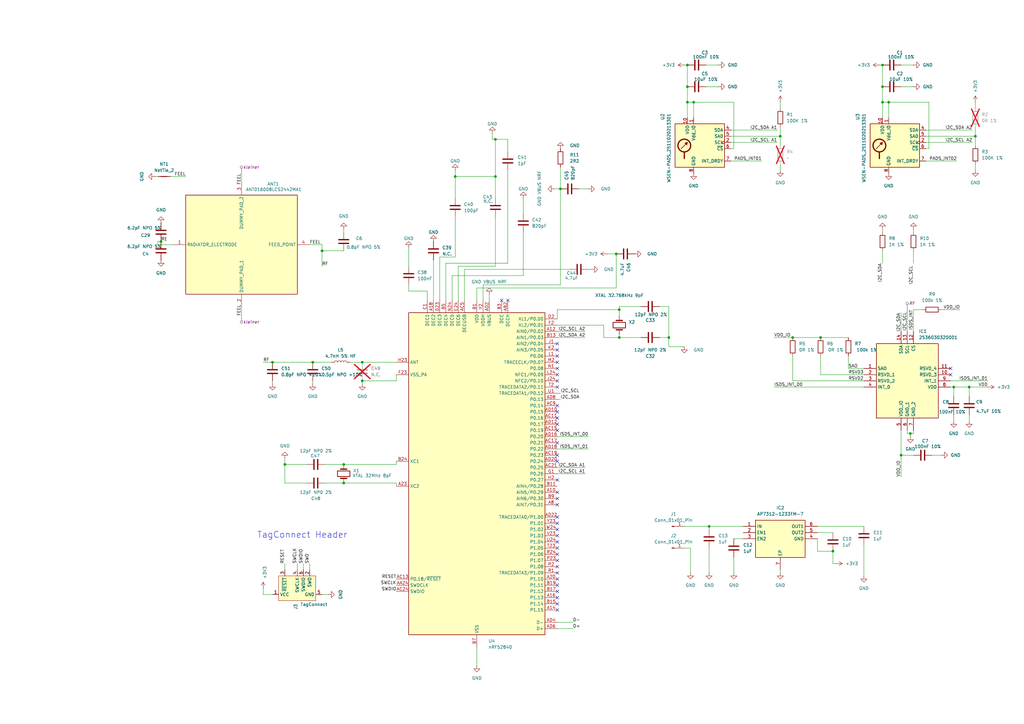
<source format=kicad_sch>
(kicad_sch (version 20250114) (generator "eeschema") (generator_version "9.0")
  (paper "A3")
  (text "TagConnect Header" (at 105.41 220.98 0) (effects (font (size 2.54 2.54)) (justify left bottom)))
  (junction (at 128.27 148.59))
  (junction (at 284.48 41.91))
  (junction (at 400.05 55.88))
  (junction (at 364.49 41.91))
  (junction (at 148.59 156.21))
  (junction (at 140.97 190.5))
  (junction (at 341.63 226.06))
  (junction (at 254 127))
  (junction (at 361.95 26.67))
  (junction (at 391.16 158.75))
  (junction (at 203.2 72.39))
  (junction (at 186.69 72.39))
  (junction (at 111.76 148.59))
  (junction (at 281.94 35.56))
  (junction (at 336.55 138.43))
  (junction (at 290.83 215.9))
  (junction (at 361.95 35.56))
  (junction (at 140.97 198.12))
  (junction (at 361.95 41.91))
  (junction (at 229.87 77.47))
  (junction (at 132.08 102.87))
  (junction (at 252.73 104.14))
  (junction (at 397.51 158.75))
  (junction (at 116.84 190.5))
  (junction (at 274.32 138.43))
  (junction (at 325.12 138.43))
  (junction (at 373.38 177.8))
  (junction (at 320.04 55.88))
  (junction (at 203.2 57.15))
  (junction (at 254 138.43))
  (junction (at 148.59 148.59))
  (junction (at 369.57 186.69))
  (junction (at 281.94 41.91))
  (junction (at 66.04 99.06))
  (junction (at 281.94 26.67))
  (no_connect (at 228.6 181.61))
  (no_connect (at 228.6 143.51))
  (no_connect (at 228.6 212.09))
  (no_connect (at 228.6 148.59))
  (no_connect (at 228.6 158.75))
  (no_connect (at 228.6 173.99))
  (no_connect (at 228.6 245.11))
  (no_connect (at 228.6 176.53))
  (no_connect (at 228.6 204.47))
  (no_connect (at 228.6 140.97))
  (no_connect (at 228.6 153.67))
  (no_connect (at 228.6 186.69))
  (no_connect (at 228.6 189.23))
  (no_connect (at 228.6 219.71))
  (no_connect (at 389.89 151.13))
  (no_connect (at 228.6 217.17))
  (no_connect (at 228.6 214.63))
  (no_connect (at 228.6 224.79))
  (no_connect (at 228.6 242.57))
  (no_connect (at 228.6 227.33))
  (no_connect (at 389.89 153.67))
  (no_connect (at 228.6 156.21))
  (no_connect (at 228.6 247.65))
  (no_connect (at 228.6 166.37))
  (no_connect (at 228.6 146.05))
  (no_connect (at 228.6 168.91))
  (no_connect (at 228.6 234.95))
  (no_connect (at 208.28 123.19))
  (no_connect (at 228.6 201.93))
  (no_connect (at 228.6 207.01))
  (no_connect (at 228.6 229.87))
  (no_connect (at 228.6 196.85))
  (no_connect (at 205.74 123.19))
  (no_connect (at 228.6 250.19))
  (no_connect (at 228.6 171.45))
  (no_connect (at 228.6 237.49))
  (no_connect (at 228.6 232.41))
  (no_connect (at 228.6 240.03))
  (no_connect (at 228.6 222.25))
  (no_connect (at 228.6 151.13))
  (wire (pts (xy 400.05 55.88) (xy 400.05 59.69)))
  (wire (pts (xy 299.72 55.88) (xy 320.04 55.88)))
  (wire (pts (xy 133.35 190.5) (xy 140.97 190.5)))
  (wire (pts (xy 127 100.33) (xy 132.08 100.33)))
  (wire (pts (xy 228.6 191.77) (xy 240.03 191.77)))
  (wire (pts (xy 369.57 186.69) (xy 369.57 195.58)))
  (wire (pts (xy 116.84 190.5) (xy 116.84 187.96)))
  (wire (pts (xy 229.87 77.47) (xy 229.87 116.84)))
  (wire (pts (xy 201.93 54.61) (xy 201.93 57.15)))
  (wire (pts (xy 175.26 119.38) (xy 175.26 123.19)))
  (wire (pts (xy 198.12 123.19) (xy 198.12 116.84)))
  (wire (pts (xy 299.72 60.96) (xy 300.99 60.96)))
  (wire (pts (xy 111.76 157.48) (xy 111.76 156.21)))
  (wire (pts (xy 214.63 81.28) (xy 214.63 87.63)))
  (wire (pts (xy 185.42 123.19) (xy 185.42 113.03)))
  (wire (pts (xy 361.95 35.56) (xy 361.95 41.91)))
  (wire (pts (xy 374.65 102.87) (xy 374.65 107.95)))
  (wire (pts (xy 391.16 158.75) (xy 397.51 158.75)))
  (wire (pts (xy 185.42 113.03) (xy 214.63 113.03)))
  (wire (pts (xy 203.2 72.39) (xy 203.2 81.28)))
  (wire (pts (xy 177.8 106.68) (xy 177.8 123.19)))
  (wire (pts (xy 186.69 81.28) (xy 186.69 72.39)))
  (wire (pts (xy 280.67 26.67) (xy 281.94 26.67)))
  (wire (pts (xy 374.65 127) (xy 378.46 127)))
  (wire (pts (xy 397.51 158.75) (xy 397.51 162.56)))
  (wire (pts (xy 299.72 66.04) (xy 312.42 66.04)))
  (wire (pts (xy 361.95 26.67) (xy 361.95 35.56)))
  (wire (pts (xy 281.94 48.26) (xy 281.94 41.91)))
  (wire (pts (xy 317.5 158.75) (xy 354.33 158.75)))
  (wire (pts (xy 111.76 148.59) (xy 128.27 148.59)))
  (wire (pts (xy 405.13 158.75) (xy 397.51 158.75)))
  (wire (pts (xy 190.5 123.19) (xy 190.5 110.49)))
  (wire (pts (xy 364.49 41.91) (xy 381 41.91)))
  (wire (pts (xy 116.84 233.68) (xy 116.84 231.14)))
  (wire (pts (xy 341.63 231.14) (xy 341.63 226.06)))
  (wire (pts (xy 317.5 138.43) (xy 325.12 138.43)))
  (wire (pts (xy 281.94 26.67) (xy 281.94 35.56)))
  (wire (pts (xy 208.28 69.85) (xy 208.28 107.95)))
  (wire (pts (xy 228.6 138.43) (xy 240.03 138.43)))
  (wire (pts (xy 121.92 233.68) (xy 121.92 231.14)))
  (wire (pts (xy 300.99 220.98) (xy 304.8 220.98)))
  (wire (pts (xy 361.95 48.26) (xy 361.95 41.91)))
  (wire (pts (xy 107.95 241.3) (xy 107.95 243.84)))
  (wire (pts (xy 143.51 148.59) (xy 148.59 148.59)))
  (wire (pts (xy 125.73 190.5) (xy 116.84 190.5)))
  (wire (pts (xy 389.89 156.21) (xy 405.13 156.21)))
  (wire (pts (xy 361.95 102.87) (xy 361.95 107.95)))
  (wire (pts (xy 132.08 100.33) (xy 132.08 102.87)))
  (wire (pts (xy 186.69 69.85) (xy 186.69 72.39)))
  (wire (pts (xy 132.08 102.87) (xy 132.08 109.22)))
  (wire (pts (xy 203.2 88.9) (xy 203.2 109.22)))
  (wire (pts (xy 283.21 224.79) (xy 280.67 224.79)))
  (wire (pts (xy 381 60.96) (xy 381 41.91)))
  (wire (pts (xy 182.88 107.95) (xy 208.28 107.95)))
  (wire (pts (xy 283.21 234.95) (xy 283.21 224.79)))
  (wire (pts (xy 320.04 234.95) (xy 320.04 233.68)))
  (wire (pts (xy 369.57 128.27) (xy 369.57 135.89)))
  (wire (pts (xy 386.08 127) (xy 393.7 127)))
  (wire (pts (xy 347.98 151.13) (xy 354.33 151.13)))
  (wire (pts (xy 187.96 123.19) (xy 187.96 109.22)))
  (wire (pts (xy 227.33 77.47) (xy 229.87 77.47)))
  (wire (pts (xy 99.06 125.73) (xy 99.06 129.54)))
  (wire (pts (xy 360.68 26.67) (xy 361.95 26.67)))
  (wire (pts (xy 228.6 179.07) (xy 241.3 179.07)))
  (wire (pts (xy 162.56 198.12) (xy 162.56 199.39)))
  (wire (pts (xy 140.97 190.5) (xy 162.56 190.5)))
  (wire (pts (xy 320.04 41.91) (xy 320.04 44.45)))
  (wire (pts (xy 400.05 41.91) (xy 400.05 44.45)))
  (wire (pts (xy 248.92 104.14) (xy 252.73 104.14)))
  (wire (pts (xy 107.95 243.84) (xy 111.76 243.84)))
  (wire (pts (xy 64.77 100.33) (xy 71.12 100.33)))
  (wire (pts (xy 252.73 104.14) (xy 252.73 118.11)))
  (wire (pts (xy 162.56 153.67) (xy 162.56 156.21)))
  (wire (pts (xy 374.65 176.53) (xy 374.65 177.8)))
  (wire (pts (xy 247.65 138.43) (xy 254 138.43)))
  (wire (pts (xy 132.08 102.87) (xy 140.97 102.87)))
  (wire (pts (xy 270.51 138.43) (xy 274.32 138.43)))
  (wire (pts (xy 262.89 138.43) (xy 254 138.43)))
  (wire (pts (xy 379.73 58.42) (xy 398.78 58.42)))
  (wire (pts (xy 325.12 146.05) (xy 325.12 156.21)))
  (wire (pts (xy 228.6 184.15) (xy 241.3 184.15)))
  (wire (pts (xy 195.58 118.11) (xy 252.73 118.11)))
  (wire (pts (xy 167.64 101.6) (xy 167.64 109.22)))
  (wire (pts (xy 203.2 57.15) (xy 203.2 72.39)))
  (wire (pts (xy 116.84 198.12) (xy 125.73 198.12)))
  (wire (pts (xy 290.83 217.17) (xy 290.83 215.9)))
  (wire (pts (xy 389.89 158.75) (xy 391.16 158.75)))
  (wire (pts (xy 284.48 48.26) (xy 284.48 41.91)))
  (wire (pts (xy 186.69 72.39) (xy 203.2 72.39)))
  (wire (pts (xy 180.34 105.41) (xy 186.69 105.41)))
  (wire (pts (xy 99.06 71.12) (xy 99.06 74.93)))
  (wire (pts (xy 167.64 116.84) (xy 167.64 119.38)))
  (wire (pts (xy 274.32 142.24) (xy 274.32 138.43)))
  (wire (pts (xy 229.87 161.29) (xy 228.6 161.29)))
  (wire (pts (xy 262.89 125.73) (xy 254 125.73)))
  (wire (pts (xy 228.6 257.81) (xy 234.95 257.81)))
  (wire (pts (xy 128.27 157.48) (xy 128.27 156.21)))
  (wire (pts (xy 372.11 177.8) (xy 373.38 177.8)))
  (wire (pts (xy 372.11 176.53) (xy 372.11 177.8)))
  (wire (pts (xy 228.6 133.35) (xy 247.65 133.35)))
  (wire (pts (xy 325.12 138.43) (xy 336.55 138.43)))
  (wire (pts (xy 162.56 190.5) (xy 162.56 189.23)))
  (wire (pts (xy 374.65 93.98) (xy 374.65 95.25)))
  (wire (pts (xy 335.28 226.06) (xy 341.63 226.06)))
  (wire (pts (xy 201.93 57.15) (xy 203.2 57.15)))
  (wire (pts (xy 373.38 177.8) (xy 373.38 179.07)))
  (wire (pts (xy 228.6 127) (xy 254 127)))
  (wire (pts (xy 335.28 215.9) (xy 354.33 215.9)))
  (wire (pts (xy 299.72 53.34) (xy 318.77 53.34)))
  (wire (pts (xy 290.83 224.79) (xy 290.83 234.95)))
  (wire (pts (xy 369.57 176.53) (xy 369.57 186.69)))
  (wire (pts (xy 116.84 190.5) (xy 116.84 198.12)))
  (wire (pts (xy 280.67 215.9) (xy 290.83 215.9)))
  (wire (pts (xy 228.6 135.89) (xy 240.03 135.89)))
  (wire (pts (xy 214.63 95.25) (xy 214.63 113.03)))
  (wire (pts (xy 195.58 123.19) (xy 195.58 118.11)))
  (wire (pts (xy 228.6 127) (xy 228.6 130.81)))
  (wire (pts (xy 391.16 158.75) (xy 391.16 162.56)))
  (wire (pts (xy 280.67 142.24) (xy 274.32 142.24)))
  (wire (pts (xy 228.6 194.31) (xy 240.03 194.31)))
  (wire (pts (xy 281.94 35.56) (xy 281.94 41.91)))
  (wire (pts (xy 64.77 99.06) (xy 66.04 99.06)))
  (wire (pts (xy 190.5 110.49) (xy 233.68 110.49)))
  (wire (pts (xy 373.38 177.8) (xy 374.65 177.8)))
  (wire (pts (xy 372.11 127) (xy 372.11 135.89)))
  (wire (pts (xy 124.46 233.68) (xy 124.46 231.14)))
  (wire (pts (xy 187.96 109.22) (xy 203.2 109.22)))
  (wire (pts (xy 229.87 68.58) (xy 229.87 77.47)))
  (wire (pts (xy 284.48 41.91) (xy 300.99 41.91)))
  (wire (pts (xy 186.69 88.9) (xy 186.69 105.41)))
  (wire (pts (xy 195.58 265.43) (xy 195.58 273.05)))
  (wire (pts (xy 320.04 67.31) (xy 320.04 69.85)))
  (wire (pts (xy 198.12 116.84) (xy 229.87 116.84)))
  (wire (pts (xy 274.32 138.43) (xy 274.32 125.73)))
  (wire (pts (xy 228.6 255.27) (xy 234.95 255.27)))
  (wire (pts (xy 379.73 60.96) (xy 381 60.96)))
  (wire (pts (xy 361.95 41.91) (xy 364.49 41.91)))
  (wire (pts (xy 369.57 26.67) (xy 374.65 26.67)))
  (wire (pts (xy 379.73 66.04) (xy 392.43 66.04)))
  (wire (pts (xy 290.83 215.9) (xy 304.8 215.9)))
  (wire (pts (xy 354.33 223.52) (xy 354.33 236.22)))
  (wire (pts (xy 132.08 243.84) (xy 134.62 243.84)))
  (wire (pts (xy 208.28 57.15) (xy 208.28 62.23)))
  (wire (pts (xy 162.56 156.21) (xy 148.59 156.21)))
  (wire (pts (xy 379.73 55.88) (xy 400.05 55.88)))
  (wire (pts (xy 379.73 53.34) (xy 398.78 53.34)))
  (wire (pts (xy 203.2 57.15) (xy 208.28 57.15)))
  (wire (pts (xy 140.97 198.12) (xy 162.56 198.12)))
  (wire (pts (xy 335.28 218.44) (xy 341.63 218.44)))
  (wire (pts (xy 254 125.73) (xy 254 127)))
  (wire (pts (xy 374.65 127) (xy 374.65 135.89)))
  (wire (pts (xy 320.04 55.88) (xy 320.04 59.69)))
  (wire (pts (xy 107.95 148.59) (xy 111.76 148.59)))
  (wire (pts (xy 254 127) (xy 254 129.54)))
  (wire (pts (xy 64.77 100.33) (xy 64.77 99.06)))
  (wire (pts (xy 325.12 156.21) (xy 354.33 156.21)))
  (wire (pts (xy 336.55 138.43) (xy 347.98 138.43)))
  (wire (pts (xy 140.97 93.98) (xy 140.97 95.25)))
  (wire (pts (xy 148.59 148.59) (xy 162.56 148.59)))
  (wire (pts (xy 397.51 170.18) (xy 397.51 172.72)))
  (wire (pts (xy 180.34 123.19) (xy 180.34 105.41)))
  (wire (pts (xy 361.95 93.98) (xy 361.95 95.25)))
  (wire (pts (xy 400.05 52.07) (xy 400.05 55.88)))
  (wire (pts (xy 369.57 35.56) (xy 374.65 35.56)))
  (wire (pts (xy 127 233.68) (xy 127 231.14)))
  (wire (pts (xy 369.57 186.69) (xy 374.65 186.69)))
  (wire (pts (xy 241.3 110.49) (xy 242.57 110.49)))
  (wire (pts (xy 289.56 26.67) (xy 294.64 26.67)))
  (wire (pts (xy 335.28 220.98) (xy 335.28 226.06)))
  (wire (pts (xy 128.27 148.59) (xy 135.89 148.59)))
  (wire (pts (xy 382.27 186.69) (xy 386.08 186.69)))
  (wire (pts (xy 182.88 123.19) (xy 182.88 107.95)))
  (wire (pts (xy 247.65 133.35) (xy 247.65 138.43)))
  (wire (pts (xy 254 138.43) (xy 254 137.16)))
  (wire (pts (xy 228.6 163.83) (xy 229.87 163.83)))
  (wire (pts (xy 167.64 119.38) (xy 175.26 119.38)))
  (wire (pts (xy 274.32 125.73) (xy 270.51 125.73)))
  (wire (pts (xy 289.56 35.56) (xy 294.64 35.56)))
  (wire (pts (xy 391.16 170.18) (xy 391.16 172.72)))
  (wire (pts (xy 347.98 146.05) (xy 347.98 151.13)))
  (wire (pts (xy 133.35 198.12) (xy 140.97 198.12)))
  (wire (pts (xy 364.49 41.91) (xy 364.49 48.26)))
  (wire (pts (xy 237.49 77.47) (xy 241.3 77.47)))
  (wire (pts (xy 320.04 52.07) (xy 320.04 55.88)))
  (wire (pts (xy 300.99 60.96) (xy 300.99 41.91)))
  (wire (pts (xy 400.05 67.31) (xy 400.05 69.85)))
  (wire (pts (xy 299.72 58.42) (xy 318.77 58.42)))
  (wire (pts (xy 336.55 153.67) (xy 354.33 153.67)))
  (wire (pts (xy 148.59 157.48) (xy 148.59 156.21)))
  (wire (pts (xy 336.55 146.05) (xy 336.55 153.67)))
  (wire (pts (xy 64.77 72.39) (xy 63.5 72.39)))
  (wire (pts (xy 300.99 228.6) (xy 300.99 234.95)))
  (wire (pts (xy 76.2 72.39) (xy 69.85 72.39)))
  (wire (pts (xy 342.9 231.14) (xy 341.63 231.14)))
  (wire (pts (xy 200.66 120.65) (xy 200.66 123.19)))
  (wire (pts (xy 281.94 41.91) (xy 284.48 41.91)))
  (label "I2C_SDA A2" (at 240.03 138.43 180))
  (label "RF" (at 132.08 109.22 0))
  (label "FEEL" (at 127 100.33 0))
  (label "ISDS_INT_00" (at 317.5 158.75 0))
  (label "I2C_SCL " (at 229.87 161.29 0))
  (label "RESET" (at 116.84 231.14 90))
  (label "I2C_SDA A2" (at 398.78 53.34 180))
  (label "I2C_SDA A1" (at 318.77 53.34 180))
  (label "RSVD2" (at 347.98 156.21 0))
  (label "I2C_SCL " (at 372.11 127 270))
  (label "PADS_INT02" (at 392.43 66.04 180))
  (label "RF" (at 107.95 148.59 0))
  (label "SWDIO" (at 124.46 231.14 90))
  (label "SAO" (at 347.98 151.13 0))
  (label "D-" (at 234.95 255.27 0))
  (label "ISDS_INT_01" (at 241.3 184.15 180))
  (label "VDD" (at 405.13 158.75 180))
  (label "RESET" (at 162.56 237.49 180))
  (label "SWCLK" (at 121.92 231.14 90))
  (label "I2C_SCL A1" (at 318.77 58.42 180))
  (label "RSVD3" (at 347.98 153.67 0))
  (label "ISDS_INT_01" (at 405.13 156.21 180))
  (label "FEEL" (at 99.06 129.54 90))
  (label "VDD_IO" (at 317.5 138.43 0))
  (label "FEEL" (at 99.06 71.12 270))
  (label "ISDS_INT" (at 374.65 127 270))
  (label "SWDIO" (at 162.56 242.57 180))
  (label "I2C_SCL A2" (at 398.78 58.42 180))
  (label "SWO" (at 127 231.14 90))
  (label "SWCLK" (at 162.56 240.03 180))
  (label "I2C_SDA" (at 229.87 163.83 0))
  (label "I2C_SDA" (at 369.57 128.27 270))
  (label "VDD_IO" (at 393.7 127 180))
  (label "I2C_SCL A1" (at 240.03 194.31 180))
  (label "PADS_INT01" (at 312.42 66.04 180))
  (label "I2C_SCL A2" (at 240.03 135.89 180))
  (label "VDD_IO" (at 369.57 195.58 90))
  (label "D+" (at 234.95 257.81 0))
  (label "I2C_SDA A1" (at 240.03 191.77 180))
  (label "I2C_SCL " (at 374.65 107.95 270))
  (label "FEEL" (at 76.2 72.39 180))
  (label "RE" (at 66.04 99.06 0))
  (label "I2C_SDA" (at 361.95 107.95 270))
  (label "ISDS_INT_00" (at 241.3 179.07 180))
  (netclass_flag "" (length 2.54) (shape round) (at 99.06 129.54 180) (property "Netclass" "kleiner" (at 99.7585 132.08 0) (effects (font (italic yes)) (justify left))))
  (netclass_flag "" (length 2.54) (shape round) (at 372.11 127 0) (property "Netclass" "RF" (at 372.8085 124.46 0) (effects (font (italic yes)) (justify left))))
  (netclass_flag "" (length 2.54) (shape round) (at 99.06 71.12 0) (property "Netclass" "kleiner" (at 99.7585 68.58 0) (effects (font (italic yes)) (justify left))))
  (symbol (lib_id "Device:Crystal") (at 140.97 194.31 90) (unit 1)
    (property "Reference" "X1" (at 144.78 193.0399 90) (effects (justify right)))
    (property "Value" "XTAL 32MHz 8pF" (at 144.526 195.072 90) (effects (justify right)))
    (property "Footprint" "Crystal:Crystal_SMD_2016-4Pin_2.0x1.6mm" (effects (hide yes)))
    (property "Description" "Two pin crystal" (effects (hide yes)))
    (property "MFR" "Q22FA12800025" (effects (hide yes)))
  )
  (symbol (lib_id "power:GND") (at 241.3 77.47 90) (unit 1)
    (property "Reference" "#PWR055" (effects (hide yes)))
    (property "Value" "GND" (at 246.38 77.4699 90) (effects (justify right)))
    (property "Description" "Power symbol creates a global label with name \"GND\" , ground" (effects (hide yes)))
  )
  (symbol (lib_id "power:GND") (at 294.64 35.56 90) (unit 1)
    (property "Reference" "#PWR011" (effects (hide yes)))
    (property "Value" "GND" (at 298.45 35.5599 90) (effects (justify right)))
    (property "Description" "Power symbol creates a global label with name \"GND\" , ground" (effects (hide yes)))
  )
  (symbol (lib_id "power:+3V3") (at 405.13 158.75 270) (unit 1)
    (property "Reference" "#PWR029" (effects (hide yes)))
    (property "Value" "+3V3" (at 408.94 158.7499 90) (effects (justify left)))
  )
  (symbol (lib_id "power:GND") (at 116.84 187.96 180) (unit 1)
    (property "Reference" "#PWR067" (effects (hide yes)))
    (property "Value" "GND" (at 116.84 182.88 0))
    (property "Description" "Power symbol creates a global label with name \"GND\" , ground" (effects (hide yes)))
  )
  (symbol (lib_id "MCU_Nordic:nRF52840") (at 195.58 194.31 0) (unit 1)
    (property "Reference" "U4" (at 200.3141 262.89 0) (effects (justify left)))
    (property "Value" "nRF52840" (at 200.3141 265.43 0) (effects (justify left)))
    (property "Footprint" "Package_DFN_QFN:Nordic_AQFN-73-1EP_7x7mm_P0.5mm" (effects (hide yes)))
    (property "Datasheet" "http://infocenter.nordicsemi.com/topic/com.nordic.infocenter.nrf52/dita/nrf52/chips/nrf52840.html" (effects (hide yes)))
    (property "Description" "Multiprotocol BLE/ANT/2.4 GHz/802.15.4 Cortex-M4F SoC, AQFN-73" (effects (hide yes)))
  )
  (symbol (lib_id "Device:C") (at 66.04 95.25 180) (unit 1)
    (property "Reference" "C29" (at 59.69 96.52 0))
    (property "Value" "6.2pF NPO 5%" (at 59.182 93.472 0))
    (property "Footprint" "Capacitor_SMD:C_0201_0603Metric" (effects (hide yes)))
    (property "Description" "Unpolarized capacitor" (effects (hide yes)))
  )
  (symbol (lib_id "Device:C") (at 341.63 222.25 0) (unit 1)
    (property "Reference" "C10" (at 345.44 220.9799 0) (effects (justify left)))
    (property "Value" "1uF" (at 345.44 223.5199 0) (effects (justify left)))
    (property "Footprint" "Capacitor_SMD:C_0805_2012Metric" (effects (hide yes)))
    (property "Description" "Unpolarized capacitor" (effects (hide yes)))
  )
  (symbol (lib_id "Connector:Conn_01x01_Pin") (at 275.59 215.9 0) (unit 1)
    (property "Reference" "J1" (at 276.225 210.82 0))
    (property "Value" "Conn_01x01_Pin" (at 276.225 213.36 0))
    (property "Footprint" "Connector_Wire:SolderWirePad_1x01_SMD_1x2mm" (effects (hide yes)))
    (property "Description" "Generic connector, single row, 01x01, script generated" (effects (hide yes)))
  )
  (symbol (lib_id "Device:C") (at 285.75 35.56 90) (unit 1)
    (property "Reference" "C5" (at 289.052 30.226 90))
    (property "Value" "10uF 10%" (at 289.56 32.512 90))
    (property "Footprint" "Capacitor_SMD:C_0402_1005Metric" (effects (hide yes)))
    (property "Description" "Unpolarized capacitor" (effects (hide yes)))
  )
  (symbol (lib_id "Device:C") (at 129.54 198.12 270) (unit 1)
    (property "Reference" "C48" (at 129.54 204.47 90))
    (property "Value" "12pF NP0 2%" (at 129.54 201.93 90))
    (property "Footprint" "Capacitor_SMD:C_0201_0603Metric" (effects (hide yes)))
    (property "Description" "Unpolarized capacitor" (effects (hide yes)))
  )
  (symbol (lib_id "Device:C") (at 266.7 138.43 90) (unit 1)
    (property "Reference" "C32" (at 266.7 146.05 90))
    (property "Value" "12pF NP0 2%" (at 266.7 143.51 90))
    (property "Footprint" "Capacitor_SMD:C_0201_0603Metric" (effects (hide yes)))
    (property "Description" "Unpolarized capacitor" (effects (hide yes)))
  )
  (symbol (lib_id "power:GND") (at 167.64 101.6 180) (unit 1)
    (property "Reference" "#PWR041" (effects (hide yes)))
    (property "Value" "GND" (at 167.64 97.79 0))
    (property "Description" "Power symbol creates a global label with name \"GND\" , ground" (effects (hide yes)))
  )
  (symbol (lib_id "power:GND") (at 373.38 179.07 0) (unit 1)
    (property "Reference" "#PWR018" (effects (hide yes)))
    (property "Value" "GND" (at 373.38 184.15 0))
    (property "Description" "Power symbol creates a global label with name \"GND\" , ground" (effects (hide yes)))
  )
  (symbol (lib_id "power:GND") (at 320.04 69.85 0) (unit 1)
    (property "Reference" "#PWR012" (effects (hide yes)))
    (property "Value" "GND" (at 320.04 74.93 0))
    (property "Description" "Power symbol creates a global label with name \"GND\" , ground" (effects (hide yes)))
  )
  (symbol (lib_id "power:GND") (at 280.67 142.24 0) (unit 1)
    (property "Reference" "#PWR044" (effects (hide yes)))
    (property "Value" "GND" (at 284.48 143.5099 0) (effects (justify left)))
    (property "Description" "Power symbol creates a global label with name \"GND\" , ground" (effects (hide yes)))
  )
  (symbol (lib_id "Device:C") (at 391.16 166.37 0) (unit 1)
    (property "Reference" "C8" (at 386.588 164.846 0) (effects (justify left)))
    (property "Value" "100nF 10%" (at 385.064 168.91 0) (effects (justify left)))
    (property "Footprint" "Capacitor_SMD:C_0201_0603Metric" (effects (hide yes)))
    (property "Description" "Unpolarized capacitor" (effects (hide yes)))
  )
  (symbol (lib_id "power:+3V3") (at 360.68 26.67 90) (unit 1)
    (property "Reference" "#PWR03" (effects (hide yes)))
    (property "Value" "+3V3" (at 356.87 26.6699 90) (effects (justify left)))
    (property "Description" "Power symbol creates a global label with name \"+3V3\"" (effects (hide yes)))
  )
  (symbol (lib_id "Device:L") (at 139.7 148.59 90) (unit 1)
    (property "Reference" "L5" (at 139.7 143.51 90))
    (property "Value" "4.7nH 5% HF" (at 139.7 146.05 90))
    (property "Footprint" "LED_SMD:LED_0402_1005Metric" (effects (hide yes)))
    (property "Description" "Inductor" (effects (hide yes)))
  )
  (symbol (lib_id "AP7312-1233FM-7:AP7312-1233FM-7") (at 304.8 215.9 0) (unit 1)
    (property "Reference" "IC2" (at 320.04 208.28 0))
    (property "Value" "AP7312-1233FM-7" (at 320.04 210.82 0))
    (property "Footprint" "LIB_AP7312-1233FM-7:SON50P201X181X60-7N" (effects (hide yes)))
    (property "Datasheet" "https://www.diodes.com/assets/Datasheets/products_inactive_data/AP7312.pdf" (effects (hide yes)))
    (property "Description" "Linear Voltage Regulator IC Positive Fixed 2 Output 150mA, 150mA U-DFN2018-6" (effects (hide yes)))
    (property "Height" "0.605" (effects (hide yes)))
    (property "Mouser Part Number" "621-AP7312-1233FM-7" (effects (hide yes)))
    (property "Mouser Price/Stock" "https://www.mouser.co.uk/ProductDetail/Diodes-Incorporated/AP7312-1233FM-7?qs=gfe7vQ8txpV%252Bpo4djfp4qw%3D%3D" (effects (hide yes)))
    (property "Manufacturer_Name" "Diodes Incorporated" (effects (hide yes)))
    (property "Manufacturer_Part_Number" "AP7312-1233FM-7" (effects (hide yes)))
  )
  (symbol (lib_id "Device:C") (at 167.64 113.03 0) (unit 1)
    (property "Reference" "C38" (at 171.196 111.76 0) (effects (justify left)))
    (property "Value" "100nF" (at 171.196 114.3 0) (effects (justify left)))
    (property "Footprint" "Capacitor_SMD:C_0201_0603Metric" (effects (hide yes)))
    (property "Description" "Unpolarized capacitor" (effects (hide yes)))
  )
  (symbol (lib_id "power:+3V3") (at 107.95 241.3 0) (unit 1)
    (property "Reference" "#PWR019" (effects (hide yes)))
    (property "Value" "+3V3" (at 108.585 237.49 90) (effects (justify left)))
  )
  (symbol (lib_id "Device:R") (at 325.12 142.24 0) (unit 1)
    (property "Reference" "R5" (at 327.66 140.9699 0) (effects (justify left)))
    (property "Value" "0R 1%" (at 327.66 143.5099 0) (effects (justify left)))
    (property "Footprint" "Resistor_SMD:R_0201_0603Metric" (effects (hide yes)))
    (property "Description" "Resistor" (effects (hide yes)))
  )
  (symbol (lib_id "power:GND") (at 391.16 172.72 0) (unit 1)
    (property "Reference" "#PWR021" (effects (hide yes)))
    (property "Value" "GND" (at 391.16 177.8 0))
    (property "Description" "Power symbol creates a global label with name \"GND\" , ground" (effects (hide yes)))
  )
  (symbol (lib_id "Device:C") (at 208.28 66.04 0) (mirror y) (unit 1)
    (property "Reference" "C41" (at 216.154 64.516 0) (effects (justify left)))
    (property "Value" "1pF" (at 215.9 67.056 0) (effects (justify left)))
    (property "Footprint" "Capacitor_SMD:C_0201_0603Metric" (effects (hide yes)))
    (property "Description" "Unpolarized capacitor" (effects (hide yes)))
  )
  (symbol (lib_id "power:GND") (at 140.97 93.98 180) (unit 1)
    (property "Reference" "#PWR028" (effects (hide yes)))
    (property "Value" "GND" (at 138.938 88.646 0) (effects (justify right)))
    (property "Description" "Power symbol creates a global label with name \"GND\" , ground" (effects (hide yes)))
  )
  (symbol (lib_id "power:GND") (at 177.8 99.06 180) (unit 1)
    (property "Reference" "#PWR042" (effects (hide yes)))
    (property "Value" "GND" (at 177.8 95.25 0))
    (property "Description" "Power symbol creates a global label with name \"GND\" , ground" (effects (hide yes)))
  )
  (symbol (lib_id "power:GND") (at 374.65 93.98 180) (unit 1)
    (property "Reference" "#PWR040" (effects (hide yes)))
    (property "Value" "GND" (at 374.65 88.9 0))
    (property "Description" "Power symbol creates a global label with name \"GND\" , ground" (effects (hide yes)))
  )
  (symbol (lib_id "Device:R") (at 382.27 127 270) (unit 1)
    (property "Reference" "R9" (at 382.27 120.65 90))
    (property "Value" "100k 1%" (at 382.27 123.19 90))
    (property "Footprint" "Resistor_SMD:R_0201_0603Metric" (effects (hide yes)))
    (property "Description" "Resistor" (effects (hide yes)))
  )
  (symbol (lib_id "STLink-V3MINIE-TagConnect:Conn_SWD_TagConnect_TC2030") (at 121.92 241.3 90) (unit 1) (in_bom no)
    (property "Reference" "J3" (at 121.285 247.65 0) (effects (justify right)))
    (property "Value" "TagConnect" (at 123.19 247.904 90) (effects (justify right)))
    (property "Footprint" "Connector:Tag-Connect_TC2030-IDC-NL_2x03_P1.27mm_Vertical" (effects (hide yes)))
    (property "Datasheet" "file:///C:/Users/ErFre/Downloads/um2910-stlinkv3minie-debuggerprogrammer-tiny-probe-for-stm32-microcontrollers-stmicroelectronics.pdf" (effects (hide yes)))
  )
  (symbol (lib_id "Device:C") (at 365.76 35.56 90) (unit 1)
    (property "Reference" "C2" (at 369.062 30.226 90))
    (property "Value" "10uF 10%" (at 369.57 32.512 90))
    (property "Footprint" "Capacitor_SMD:C_0402_1005Metric" (effects (hide yes)))
    (property "Description" "Unpolarized capacitor" (effects (hide yes)))
  )
  (symbol (lib_id "power:GND") (at 66.04 91.44 180) (unit 1)
    (property "Reference" "#PWR09" (effects (hide yes)))
    (property "Value" "GND" (at 64.008 86.106 0) (effects (justify right)))
    (property "Description" "Power symbol creates a global label with name \"GND\" , ground" (effects (hide yes)))
  )
  (symbol (lib_id "Device:C") (at 233.68 77.47 90) (unit 1)
    (property "Reference" "C45" (at 232.41 73.914 0) (effects (justify left)))
    (property "Value" "820pF" (at 234.95 73.914 0) (effects (justify left)))
    (property "Footprint" "Capacitor_SMD:C_0201_0603Metric" (effects (hide yes)))
    (property "Description" "Unpolarized capacitor" (effects (hide yes)))
  )
  (symbol (lib_id "Device:C") (at 237.49 110.49 270) (unit 1)
    (property "Reference" "C44" (at 232.41 112.014 90) (effects (justify left)))
    (property "Value" "4.7uF" (at 231.648 114.046 90) (effects (justify left)))
    (property "Footprint" "Capacitor_SMD:C_0201_0603Metric" (effects (hide yes)))
    (property "Description" "Unpolarized capacitor" (effects (hide yes)))
  )
  (symbol (lib_id "power:GND") (at 229.87 60.96 180) (unit 1)
    (property "Reference" "#PWR056" (effects (hide yes)))
    (property "Value" "GND" (at 233.68 59.6899 0) (effects (justify right)))
    (property "Description" "Power symbol creates a global label with name \"GND\" , ground" (effects (hide yes)))
  )
  (symbol (lib_id "Device:C") (at 140.97 99.06 0) (unit 1)
    (property "Reference" "C6" (at 147.32 97.79 0))
    (property "Value" "0.8pF NPO 5%" (at 149.098 101.346 0))
    (property "Footprint" "Capacitor_SMD:C_0201_0603Metric" (effects (hide yes)))
    (property "Description" "Unpolarized capacitor" (effects (hide yes)))
  )
  (symbol (lib_id "power:GND") (at 283.21 234.95 0) (unit 1)
    (property "Reference" "#PWR031" (effects (hide yes)))
    (property "Value" "GND" (at 283.21 240.03 0))
    (property "Description" "Power symbol creates a global label with name \"GND\" , ground" (effects (hide yes)))
  )
  (symbol (lib_id "Device:R") (at 320.04 48.26 0) (unit 1)
    (property "Reference" "R1" (at 322.58 46.9899 0) (effects (justify left)))
    (property "Value" "100K 1%" (at 322.58 49.5299 0) (effects (justify left)))
    (property "Footprint" "Resistor_SMD:R_0201_0603Metric" (effects (hide yes)))
    (property "Description" "Resistor" (effects (hide yes)))
  )
  (symbol (lib_id "power:GND") (at 361.95 93.98 180) (unit 1)
    (property "Reference" "#PWR033" (effects (hide yes)))
    (property "Value" "GND" (at 361.95 88.9 0))
    (property "Description" "Power symbol creates a global label with name \"GND\" , ground" (effects (hide yes)))
  )
  (symbol (lib_id "Device:C") (at 66.04 102.87 180) (unit 1)
    (property "Reference" "C4" (at 59.69 104.14 0))
    (property "Value" "6.2pF NPO 5%" (at 59.182 101.092 0))
    (property "Footprint" "Capacitor_SMD:C_0201_0603Metric" (effects (hide yes)))
    (property "Description" "Unpolarized capacitor" (effects (hide yes)))
  )
  (symbol (lib_id "power:GND") (at 134.62 243.84 90) (unit 1)
    (property "Reference" "#PWR022" (effects (hide yes)))
    (property "Value" "GND" (at 139.7 243.84 0))
  )
  (symbol (lib_id "Device:C") (at 365.76 26.67 90) (unit 1)
    (property "Reference" "C1" (at 369.062 21.59 90))
    (property "Value" "100nF 10%" (at 369.57 23.368 90))
    (property "Footprint" "Capacitor_SMD:C_0201_0603Metric" (effects (hide yes)))
    (property "Description" "Unpolarized capacitor" (effects (hide yes)))
  )
  (symbol (lib_id "Sensor_Pressure:WSEN-PADS_2511020213301") (at 287.02 60.96 0) (unit 1)
    (property "Reference" "U2" (at 271.78 46.482 90) (effects (justify right)))
    (property "Value" "WSEN-PADS_2511020213301" (at 274.32 46.482 90) (effects (justify right)))
    (property "Footprint" "Package_LGA:ST_HLGA-10_2x2mm_P0.5mm_LayoutBorder3x2y" (effects (hide yes)))
    (property "Datasheet" "https://www.we-online.com/components/products/manual/2511020213301_WSEN-PADS%202511020213301%20Manual_rev2.2.pdf" (effects (hide yes)))
    (property "Description" "MEMS nano pressure sensor, 260-1260 hPa, absolute digital output baromeeter, 24 bit, SPI, I2C, 0.75 Pa noise rms, ST_HLGA-10L" (effects (hide yes)))
  )
  (symbol (lib_id "power:GND") (at 397.51 172.72 0) (unit 1)
    (property "Reference" "#PWR023" (effects (hide yes)))
    (property "Value" "GND" (at 397.51 177.8 0))
    (property "Description" "Power symbol creates a global label with name \"GND\" , ground" (effects (hide yes)))
  )
  (symbol (lib_id "power:GND") (at 227.33 77.47 270) (unit 1)
    (property "Reference" "#PWR057" (effects (hide yes)))
    (property "Value" "GND VBUS NRF" (at 221.234 84.582 0) (effects (justify right)))
    (property "Description" "Power symbol creates a global label with name \"GND\" , ground" (effects (hide yes)))
  )
  (symbol (lib_id "power:GND") (at 354.33 236.22 0) (unit 1)
    (property "Reference" "#PWR02" (effects (hide yes)))
    (property "Value" "GND" (at 354.33 241.3 0))
    (property "Description" "Power symbol creates a global label with name \"GND\" , ground" (effects (hide yes)))
  )
  (symbol (lib_id "power:GND") (at 386.08 186.69 90) (unit 1)
    (property "Reference" "#PWR020" (effects (hide yes)))
    (property "Value" "GND" (at 389.89 186.6899 90) (effects (justify right)))
    (property "Description" "Power symbol creates a global label with name \"GND\" , ground" (effects (hide yes)))
  )
  (symbol (lib_id "Device:C") (at 148.59 152.4 0) (unit 1) (dnp yes)
    (property "Reference" "C49" (at 152.146 151.13 0) (effects (justify left)))
    (property "Value" "N.C." (at 152.146 153.67 0) (effects (justify left)))
    (property "Footprint" "Capacitor_SMD:C_0201_0603Metric" (effects (hide yes)))
    (property "Description" "Unpolarized capacitor" (effects (hide yes)))
  )
  (symbol (lib_id "power:GND") (at 364.49 71.12 0) (unit 1)
    (property "Reference" "#PWR04" (effects (hide yes)))
    (property "Value" "GND" (at 364.49 76.2 0))
    (property "Description" "Power symbol creates a global label with name \"GND\" , ground" (effects (hide yes)))
  )
  (symbol (lib_id "Device:R") (at 320.04 63.5 0) (unit 1) (in_bom no) (on_board no) (dnp yes)
    (property "Reference" "R4" (at 322.58 62.2299 0) (effects (justify left)))
    (property "Value" "~" (at 322.58 64.7699 0) (effects (justify left)))
    (property "Footprint" "Resistor_SMD:R_0201_0603Metric" (effects (hide yes)))
    (property "Description" "Resistor" (effects (hide yes)))
  )
  (symbol (lib_id "power:GND") (at 63.5 72.39 270) (unit 1)
    (property "Reference" "#PWR017" (effects (hide yes)))
    (property "Value" "GND" (at 58.166 74.422 0) (effects (justify right)))
    (property "Description" "Power symbol creates a global label with name \"GND\" , ground" (effects (hide yes)))
  )
  (symbol (lib_id "Device:C") (at 354.33 219.71 0) (unit 1)
    (property "Reference" "C11" (at 358.14 218.4399 0) (effects (justify left)))
    (property "Value" "1uF" (at 358.14 220.9799 0) (effects (justify left)))
    (property "Footprint" "Capacitor_SMD:C_0805_2012Metric" (effects (hide yes)))
    (property "Description" "Unpolarized capacitor" (effects (hide yes)))
  )
  (symbol (lib_id "power:GND") (at 400.05 69.85 0) (unit 1)
    (property "Reference" "#PWR016" (effects (hide yes)))
    (property "Value" "GND" (at 400.05 74.93 0))
    (property "Description" "Power symbol creates a global label with name \"GND\" , ground" (effects (hide yes)))
  )
  (symbol (lib_id "power:GND") (at 320.04 234.95 0) (unit 1)
    (property "Reference" "#PWR025" (effects (hide yes)))
    (property "Value" "GND" (at 320.04 240.03 0))
    (property "Description" "Power symbol creates a global label with name \"GND\" , ground" (effects (hide yes)))
  )
  (symbol (lib_id "Device:R") (at 229.87 64.77 180) (unit 1)
    (property "Reference" "R11" (at 233.68 63.4999 0) (effects (justify right)))
    (property "Value" "2R2" (at 233.68 66.0399 0) (effects (justify right)))
    (property "Footprint" "Resistor_SMD:R_0201_0603Metric" (effects (hide yes)))
    (property "Description" "Resistor" (effects (hide yes)))
  )
  (symbol (lib_id "power:GND") (at 186.69 69.85 180) (unit 1)
    (property "Reference" "#PWR045" (effects (hide yes)))
    (property "Value" "GND" (at 186.69 66.04 0))
    (property "Description" "Power symbol creates a global label with name \"GND\" , ground" (effects (hide yes)))
  )
  (symbol (lib_id "Device:R") (at 336.55 142.24 0) (unit 1)
    (property "Reference" "R6" (at 339.09 140.9699 0) (effects (justify left)))
    (property "Value" "0R 1%" (at 339.598 143.51 0) (effects (justify left)))
    (property "Footprint" "Resistor_SMD:R_0201_0603Metric" (effects (hide yes)))
    (property "Description" "Resistor" (effects (hide yes)))
  )
  (symbol (lib_id "Device:C") (at 378.46 186.69 90) (unit 1)
    (property "Reference" "C7" (at 379.476 180.848 90))
    (property "Value" "100nF 10%" (at 380.492 183.134 90))
    (property "Footprint" "Capacitor_SMD:C_0201_0603Metric" (effects (hide yes)))
    (property "Description" "Unpolarized capacitor" (effects (hide yes)))
  )
  (symbol (lib_id "power:GND") (at 195.58 273.05 0) (unit 1)
    (property "Reference" "#PWR01" (effects (hide yes)))
    (property "Value" "GND" (at 195.58 278.13 0))
    (property "Description" "Power symbol creates a global label with name \"GND\" , ground" (effects (hide yes)))
  )
  (symbol (lib_id "power:GND") (at 294.64 26.67 90) (unit 1)
    (property "Reference" "#PWR07" (effects (hide yes)))
    (property "Value" "GND" (at 298.45 26.6699 90) (effects (justify right)))
    (property "Description" "Power symbol creates a global label with name \"GND\" , ground" (effects (hide yes)))
  )
  (symbol (lib_id "power:+3V3") (at 342.9 231.14 270) (unit 1)
    (property "Reference" "#PWR026" (effects (hide yes)))
    (property "Value" "+3V3" (at 346.71 231.1399 90) (effects (justify left)))
  )
  (symbol (lib_id "Device:C") (at 129.54 190.5 270) (unit 1)
    (property "Reference" "C47" (at 129.286 186.944 90))
    (property "Value" "12pF NP0 2%" (at 129.54 184.912 90))
    (property "Footprint" "Capacitor_SMD:C_0201_0603Metric" (effects (hide yes)))
    (property "Description" "Unpolarized capacitor" (effects (hide yes)))
  )
  (symbol (lib_id "Device:R") (at 400.05 63.5 0) (unit 1)
    (property "Reference" "R3" (at 402.59 62.2299 0) (effects (justify left)))
    (property "Value" "100K 1%" (at 402.59 64.7699 0) (effects (justify left)))
    (property "Footprint" "Resistor_SMD:R_0201_0603Metric" (effects (hide yes)))
    (property "Description" "Resistor" (effects (hide yes)))
  )
  (symbol (lib_id "Device:C") (at 285.75 26.67 90) (unit 1)
    (property "Reference" "C3" (at 289.052 21.59 90))
    (property "Value" "100nF 10%" (at 289.56 23.368 90))
    (property "Footprint" "Capacitor_SMD:C_0201_0603Metric" (effects (hide yes)))
    (property "Description" "Unpolarized capacitor" (effects (hide yes)))
  )
  (symbol (lib_id "power:GND") (at 111.76 157.48 0) (unit 1)
    (property "Reference" "#PWR070" (effects (hide yes)))
    (property "Value" "GND" (at 111.76 162.56 0))
    (property "Description" "Power symbol creates a global label with name \"GND\" , ground" (effects (hide yes)))
  )
  (symbol (lib_id "Device:C") (at 128.27 152.4 0) (unit 1)
    (property "Reference" "C50" (at 131.826 151.13 0) (effects (justify left)))
    (property "Value" "0.5pF NPO +10%" (at 131.826 153.67 0) (effects (justify left)))
    (property "Footprint" "Capacitor_SMD:C_0201_0603Metric" (effects (hide yes)))
    (property "Description" "Unpolarized capacitor" (effects (hide yes)))
  )
  (symbol (lib_id "power:GND") (at 214.63 81.28 180) (unit 1)
    (property "Reference" "#PWR049" (effects (hide yes)))
    (property "Value" "GND" (at 214.63 77.47 0))
    (property "Description" "Power symbol creates a global label with name \"GND\" , ground" (effects (hide yes)))
  )
  (symbol (lib_id "Device:R") (at 374.65 99.06 0) (unit 1)
    (property "Reference" "R10" (at 377.19 97.7899 0) (effects (justify left)))
    (property "Value" "1K 1%" (at 377.19 100.3299 0) (effects (justify left)))
    (property "Footprint" "Resistor_SMD:R_0201_0603Metric" (effects (hide yes)))
    (property "Description" "Resistor" (effects (hide yes)))
  )
  (symbol (lib_id "Device:C") (at 290.83 220.98 0) (unit 1)
    (property "Reference" "C13" (at 294.64 219.7099 0) (effects (justify left)))
    (property "Value" "1uF" (at 294.64 222.2499 0) (effects (justify left)))
    (property "Footprint" "Capacitor_SMD:C_0805_2012Metric" (effects (hide yes)))
    (property "Description" "Unpolarized capacitor" (effects (hide yes)))
  )
  (symbol (lib_id "Device:R") (at 400.05 48.26 0) (unit 1) (in_bom no) (on_board no) (dnp yes)
    (property "Reference" "R2" (at 402.59 46.9899 0) (effects (justify left)))
    (property "Value" "0R 1%" (at 402.59 49.5299 0) (effects (justify left)))
    (property "Footprint" "Resistor_SMD:R_0201_0603Metric" (effects (hide yes)))
    (property "Description" "Resistor" (effects (hide yes)))
  )
  (symbol (lib_id "power:GND") (at 260.35 104.14 90) (unit 1)
    (property "Reference" "#PWR059" (effects (hide yes)))
    (property "Value" "GND" (at 265.43 104.1399 90) (effects (justify right)))
    (property "Description" "Power symbol creates a global label with name \"GND\" , ground" (effects (hide yes)))
  )
  (symbol (lib_id "Sensor_Pressure:WSEN-PADS_2511020213301") (at 367.03 60.96 0) (unit 1)
    (property "Reference" "U3" (at 351.79 46.482 90) (effects (justify right)))
    (property "Value" "WSEN-PADS_2511020213301" (at 354.33 46.482 90) (effects (justify right)))
    (property "Footprint" "Package_LGA:ST_HLGA-10_2x2mm_P0.5mm_LayoutBorder3x2y" (effects (hide yes)))
    (property "Datasheet" "https://www.we-online.com/components/products/manual/2511020213301_WSEN-PADS%202511020213301%20Manual_rev2.2.pdf" (effects (hide yes)))
    (property "Description" "MEMS nano pressure sensor, 260-1260 hPa, absolute digital output baromeeter, 24 bit, SPI, I2C, 0.75 Pa noise rms, ST_HLGA-10L" (effects (hide yes)))
  )
  (symbol (lib_id "power:GND") (at 374.65 35.56 90) (unit 1)
    (property "Reference" "#PWR010" (effects (hide yes)))
    (property "Value" "GND" (at 378.46 35.5599 90) (effects (justify right)))
    (property "Description" "Power symbol creates a global label with name \"GND\" , ground" (effects (hide yes)))
  )
  (symbol (lib_id "power:+3V3") (at 280.67 26.67 90) (unit 1)
    (property "Reference" "#PWR013" (effects (hide yes)))
    (property "Value" "+3V3" (at 276.86 26.6699 90) (effects (justify left)))
    (property "Description" "Power symbol creates a global label with name \"+3V3\"" (effects (hide yes)))
  )
  (symbol (lib_id "power:GND") (at 128.27 157.48 0) (unit 1)
    (property "Reference" "#PWR069" (effects (hide yes)))
    (property "Value" "GND" (at 128.27 162.56 0))
    (property "Description" "Power symbol creates a global label with name \"GND\" , ground" (effects (hide yes)))
  )
  (symbol (lib_id "power:+3V3") (at 248.92 104.14 90) (unit 1)
    (property "Reference" "#PWR027" (effects (hide yes)))
    (property "Value" "+3V3" (at 245.11 104.1399 90) (effects (justify left)))
  )
  (symbol (lib_id "ANT016008LCS2442MA1:ANT016008LCS2442MA1") (at 71.12 100.33 0) (unit 1)
    (property "Reference" "ANT1" (at 112.014 75.438 0))
    (property "Value" "ANT016008LCS2442MA1" (at 112.268 77.724 0))
    (property "Footprint" "ANT016008LCS2442MA1:ANT016008LCS2442MA1" (effects (hide yes)))
    (property "Datasheet" "https://product.tdk.com/system/files/dam/doc/product/rf/rf/antenna/catalog/rf_ant_ant016008lcs2442ma1_summary_en.pdf" (effects (hide yes)))
    (property "Description" "TDK - ANT016008LCS2442MA1 - CHIP ANTENNA, 2.4GHZ, ISM, 50 OHM, 0603" (effects (hide yes)))
    (property "Height" "0.4" (effects (hide yes)))
    (property "Mouser Part Number" "810-ANT168LCS2442MA1" (effects (hide yes)))
    (property "Mouser Price/Stock" "https://www.mouser.co.uk/ProductDetail/TDK/ANT016008LCS2442MA1?qs=6JAMGB%252BEdkzA5xxexILXRg%3D%3D" (effects (hide yes)))
    (property "Manufacturer_Name" "TDK" (effects (hide yes)))
    (property "Manufacturer_Part_Number" "ANT016008LCS2442MA1" (effects (hide yes)))
  )
  (symbol (lib_id "Device:C") (at 177.8 102.87 0) (unit 1)
    (property "Reference" "C39" (at 181.356 101.6 0) (effects (justify left)))
    (property "Value" "N.C." (at 181.356 104.14 0) (effects (justify left)))
    (property "Footprint" "Capacitor_SMD:C_0201_0603Metric" (effects (hide yes)))
    (property "Description" "Unpolarized capacitor" (effects (hide yes)))
  )
  (symbol (lib_id "Device:R") (at 361.95 99.06 0) (unit 1)
    (property "Reference" "R8" (at 364.49 97.7899 0) (effects (justify left)))
    (property "Value" "1K 1%" (at 364.49 100.3299 0) (effects (justify left)))
    (property "Footprint" "Resistor_SMD:R_0201_0603Metric" (effects (hide yes)))
    (property "Description" "Resistor" (effects (hide yes)))
  )
  (symbol (lib_id "Connector:Conn_01x01_Pin") (at 275.59 224.79 0) (unit 1)
    (property "Reference" "J2" (at 276.225 219.71 0))
    (property "Value" "Conn_01x01_Pin" (at 276.225 222.25 0))
    (property "Footprint" "Connector_Wire:SolderWirePad_1x01_SMD_1x2mm" (effects (hide yes)))
    (property "Description" "Generic connector, single row, 01x01, script generated" (effects (hide yes)))
  )
  (symbol (lib_id "Device:R") (at 347.98 142.24 0) (unit 1)
    (property "Reference" "R7" (at 350.52 140.9699 0) (effects (justify left)))
    (property "Value" "100k 1%" (at 351.282 143.51 0) (effects (justify left)))
    (property "Footprint" "Resistor_SMD:R_0201_0603Metric" (effects (hide yes)))
    (property "Description" "Resistor" (effects (hide yes)))
  )
  (symbol (lib_id "Device:C") (at 300.99 224.79 0) (unit 1)
    (property "Reference" "C12" (at 304.8 223.5199 0) (effects (justify left)))
    (property "Value" "1uF" (at 304.8 226.0599 0) (effects (justify left)))
    (property "Footprint" "Capacitor_SMD:C_0805_2012Metric" (effects (hide yes)))
    (property "Description" "Unpolarized capacitor" (effects (hide yes)))
  )
  (symbol (lib_id "power:GND") (at 66.04 106.68 0) (unit 1)
    (property "Reference" "#PWR024" (effects (hide yes)))
    (property "Value" "GND" (at 68.072 112.014 0) (effects (justify right)))
    (property "Description" "Power symbol creates a global label with name \"GND\" , ground" (effects (hide yes)))
  )
  (symbol (lib_id "power:GND") (at 284.48 71.12 0) (unit 1)
    (property "Reference" "#PWR06" (effects (hide yes)))
    (property "Value" "GND" (at 284.48 76.2 0))
    (property "Description" "Power symbol creates a global label with name \"GND\" , ground" (effects (hide yes)))
  )
  (symbol (lib_id "power:GND") (at 374.65 26.67 90) (unit 1)
    (property "Reference" "#PWR05" (effects (hide yes)))
    (property "Value" "GND" (at 378.46 26.6699 90) (effects (justify right)))
    (property "Description" "Power symbol creates a global label with name \"GND\" , ground" (effects (hide yes)))
  )
  (symbol (lib_id "power:GND") (at 242.57 110.49 90) (unit 1)
    (property "Reference" "#PWR053" (effects (hide yes)))
    (property "Value" "GND" (at 247.65 110.4899 90) (effects (justify right)))
    (property "Description" "Power symbol creates a global label with name \"GND\" , ground" (effects (hide yes)))
  )
  (symbol (lib_id "power:GND") (at 200.66 120.65 180) (unit 1)
    (property "Reference" "#PWR050" (effects (hide yes)))
    (property "Value" "GND VBUS NRF" (at 200.66 115.57 0))
    (property "Description" "Power symbol creates a global label with name \"GND\" , ground" (effects (hide yes)))
  )
  (symbol (lib_id "Device:C") (at 256.54 104.14 270) (unit 1)
    (property "Reference" "C46" (at 257.81 107.696 0) (effects (justify left)))
    (property "Value" "4.7uF" (at 255.27 107.696 0) (effects (justify left)))
    (property "Footprint" "Capacitor_SMD:C_0201_0603Metric" (effects (hide yes)))
    (property "Description" "Unpolarized capacitor" (effects (hide yes)))
  )
  (symbol (lib_id "Device:C") (at 266.7 125.73 270) (unit 1)
    (property "Reference" "C33" (at 266.7 131.318 90))
    (property "Value" "12pF NPO 2%" (at 266.954 129.032 90))
    (property "Footprint" "Capacitor_SMD:C_0201_0603Metric" (effects (hide yes)))
    (property "Description" "Unpolarized capacitor" (effects (hide yes)))
  )
  (symbol (lib_id "Device:C") (at 186.69 85.09 0) (unit 1)
    (property "Reference" "C40" (at 190.246 83.82 0) (effects (justify left)))
    (property "Value" "100pF" (at 190.246 86.36 0) (effects (justify left)))
    (property "Footprint" "Capacitor_SMD:C_0201_0603Metric" (effects (hide yes)))
    (property "Description" "Unpolarized capacitor" (effects (hide yes)))
  )
  (symbol (lib_id "Device:C") (at 111.76 152.4 0) (unit 1)
    (property "Reference" "C51" (at 115.316 151.13 0) (effects (justify left)))
    (property "Value" "0.8pF NPO +10%" (at 115.316 153.67 0) (effects (justify left)))
    (property "Footprint" "Capacitor_SMD:C_0201_0603Metric" (effects (hide yes)))
    (property "Description" "Unpolarized capacitor" (effects (hide yes)))
  )
  (symbol (lib_id "Device:C") (at 214.63 91.44 0) (unit 1)
    (property "Reference" "C42" (at 218.186 90.17 0) (effects (justify left)))
    (property "Value" "820pF" (at 218.186 92.71 0) (effects (justify left)))
    (property "Footprint" "Capacitor_SMD:C_0201_0603Metric" (effects (hide yes)))
    (property "Description" "Unpolarized capacitor" (effects (hide yes)))
  )
  (symbol (lib_id "Device:C") (at 203.2 85.09 180) (unit 1)
    (property "Reference" "C43" (at 201.93 80.772 0) (effects (justify left)))
    (property "Value" "N.C." (at 202.184 82.55 0) (effects (justify left)))
    (property "Footprint" "Capacitor_SMD:C_0201_0603Metric" (effects (hide yes)))
    (property "Description" "Unpolarized capacitor" (effects (hide yes)))
  )
  (symbol (lib_id "Device:NetTie_2") (at 67.31 72.39 0) (unit 1) (in_bom no)
    (property "Reference" "NT1" (at 67.31 67.31 0))
    (property "Value" "NetTie_2" (at 67.31 69.85 0))
    (property "Footprint" "NetTie:NetTie-2_SMD_Pad0.5mm" (effects (hide yes)))
    (property "Description" "Net tie, 2 pins" (effects (hide yes)))
  )
  (symbol (lib_id "power:GND") (at 300.99 234.95 0) (unit 1)
    (property "Reference" "#PWR08" (effects (hide yes)))
    (property "Value" "GND" (at 300.99 240.03 0))
    (property "Description" "Power symbol creates a global label with name \"GND\" , ground" (effects (hide yes)))
  )
  (symbol (lib_id "power:+3V3") (at 320.04 41.91 0) (unit 1)
    (property "Reference" "#PWR014" (effects (hide yes)))
    (property "Value" "+3V3" (at 320.0401 38.1 90) (effects (justify left)))
    (property "Description" "Power symbol creates a global label with name \"+3V3\"" (effects (hide yes)))
  )
  (symbol (lib_id "2536030320001:2536030320001") (at 354.33 151.13 0) (unit 1)
    (property "Reference" "IC1" (at 376.8441 135.89 0) (effects (justify left)))
    (property "Value" "2536030320001" (at 376.8441 138.43 0) (effects (justify left)))
    (property "Footprint" "2536030320001:2536030320001" (effects (hide yes)))
    (property "Datasheet" "https://www.we-online.com/components/products/datasheet/2536030320001.pdf" (effects (hide yes)))
    (property "Description" "IMUs - Inertial Measurement Units WSEN-ISDS IMU 6-axis (Inertial measurement unit) +/-16g, +/-2000 dps,-40 +/- 85C" (effects (hide yes)))
    (property "Height" "0.86" (effects (hide yes)))
    (property "Mouser Part Number" "710-2536030320001" (effects (hide yes)))
    (property "Mouser Price/Stock" "https://www.mouser.co.uk/ProductDetail/Wurth-Elektronik/2536030320001?qs=ulEaXIWI0c9qLb0BLguFyA%3D%3D" (effects (hide yes)))
    (property "Manufacturer_Name" "Wurth Elektronik" (effects (hide yes)))
    (property "Manufacturer_Part_Number" "2536030320001" (effects (hide yes)))
  )
  (symbol (lib_id "Device:C") (at 397.51 166.37 0) (unit 1)
    (property "Reference" "C9" (at 400.304 164.846 0) (effects (justify left)))
    (property "Value" "4.7uF 10%" (at 400.304 168.656 0) (effects (justify left)))
    (property "Footprint" "Capacitor_SMD:C_0201_0603Metric" (effects (hide yes)))
    (property "Description" "Unpolarized capacitor" (effects (hide yes)))
  )
  (symbol (lib_id "power:GND") (at 201.93 54.61 180) (unit 1)
    (property "Reference" "#PWR043" (effects (hide yes)))
    (property "Value" "GND" (at 201.93 50.8 0))
    (property "Description" "Power symbol creates a global label with name \"GND\" , ground" (effects (hide yes)))
  )
  (symbol (lib_id "power:GND") (at 148.59 157.48 0) (unit 1)
    (property "Reference" "#PWR068" (effects (hide yes)))
    (property "Value" "GND" (at 148.59 162.56 0))
    (property "Description" "Power symbol creates a global label with name \"GND\" , ground" (effects (hide yes)))
  )
  (symbol (lib_id "power:GND") (at 290.83 234.95 0) (unit 1)
    (property "Reference" "#PWR030" (effects (hide yes)))
    (property "Value" "GND" (at 290.83 240.03 0))
    (property "Description" "Power symbol creates a global label with name \"GND\" , ground" (effects (hide yes)))
  )
  (symbol (lib_id "power:+3V3") (at 400.05 41.91 0) (unit 1)
    (property "Reference" "#PWR015" (effects (hide yes)))
    (property "Value" "+3V3" (at 400.0501 38.1 90) (effects (justify left)))
    (property "Description" "Power symbol creates a global label with name \"+3V3\"" (effects (hide yes)))
  )
  (symbol (lib_id "Device:Crystal") (at 254 133.35 90) (unit 1)
    (property "Reference" "X2" (at 257.81 132.0799 90) (effects (justify right)))
    (property "Value" "XTAL 32.768kHz 9pF" (at 244.094 121.158 90) (effects (justify right)))
    (property "Footprint" "Crystal:Crystal_SMD_2016-4Pin_2.0x1.6mm" (effects (hide yes)))
    (property "Description" "Two pin crystal" (effects (hide yes)))
    (property "MFR" "7E032768H01" (effects (hide yes)))
  )
)
</source>
